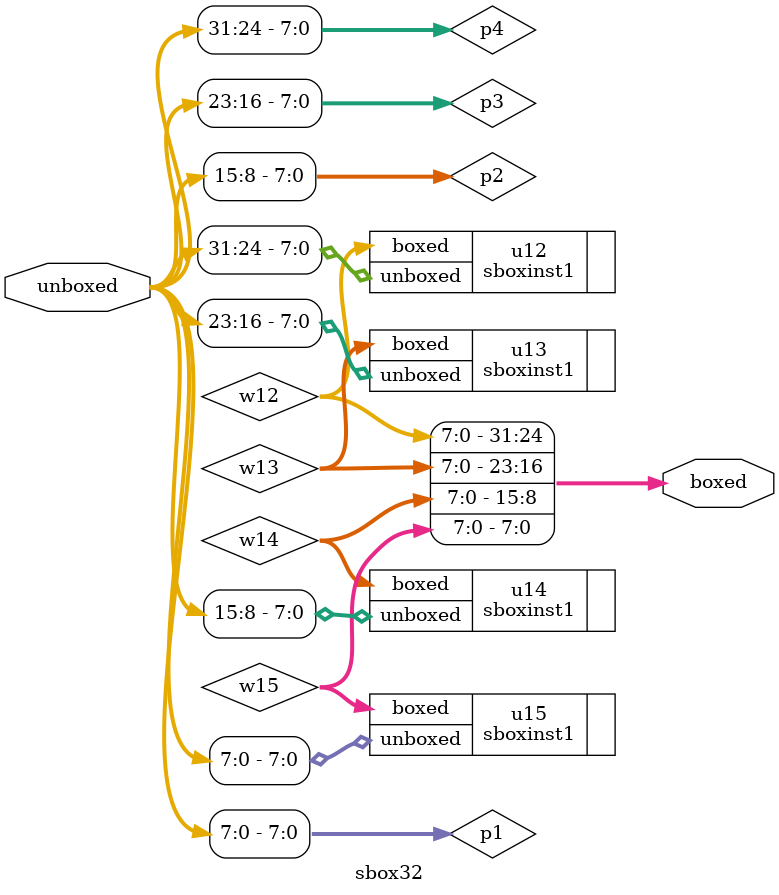
<source format=v>

module sbox32(
	input [31:0] unboxed,
	output [31:0] boxed);
	
	wire [7:0] w12,w13,w14,w15,p1,p2,p3,p4;
	
	assign p1 = unboxed[7:0];	
	assign p2 = unboxed[15:8];	
	assign p3 = unboxed[23:16];	
	assign p4 = unboxed[31:24];			

	sboxinst1 u15 (.unboxed(p1),.boxed(w15));
	sboxinst1 u14 (.unboxed(p2),.boxed(w14));
	sboxinst1 u13 (.unboxed(p3),.boxed(w13));
	sboxinst1 u12 (.unboxed(p4),.boxed(w12));
	

	assign boxed = {w12,w13,w14,w15};







endmodule 
</source>
